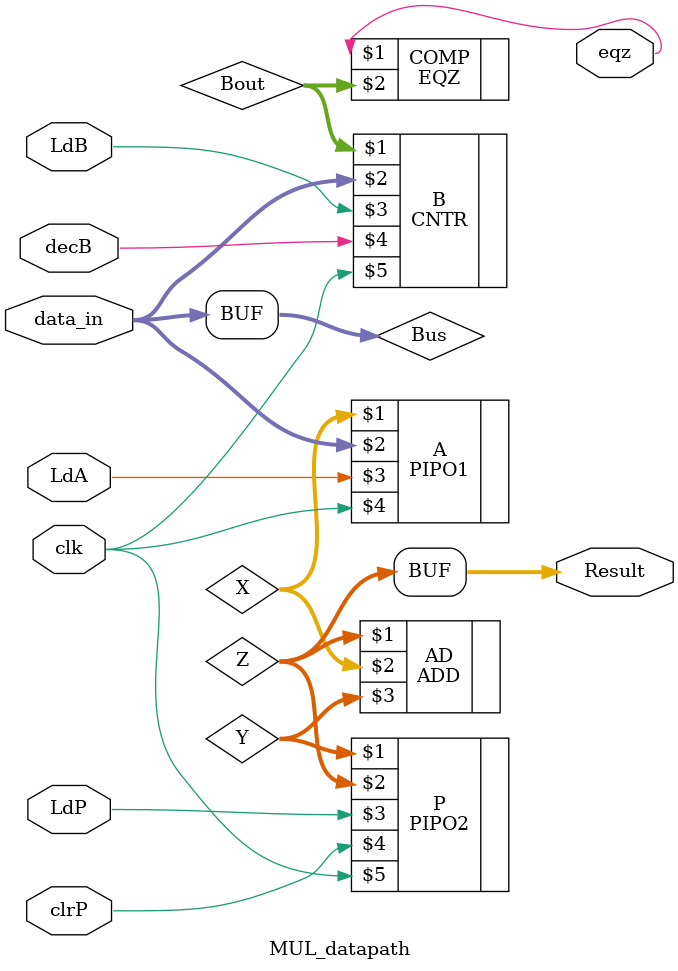
<source format=v>
`timescale 1ns / 1ps
module MUL_datapath (eqz, LdA, LdB, LdP, clrP, decB, data_in, clk, Result);
input LdA, LdB, LdP, clrP, decB, clk;
input [15:0] data_in;
output eqz;
output [15:0] Result;
wire [15:0] X, Y, Z, Bout, Bus;
assign Bus=data_in;
PIPO1 A (X, Bus, LdA, clk);
PIPO2 P (Y, Z, LdP, clrP, clk);
CNTR B (Bout, Bus, LdB, decB, clk);
ADD AD (Z, X, Y);
EQZ COMP (eqz, Bout);
assign Result=Z;
endmodule

</source>
